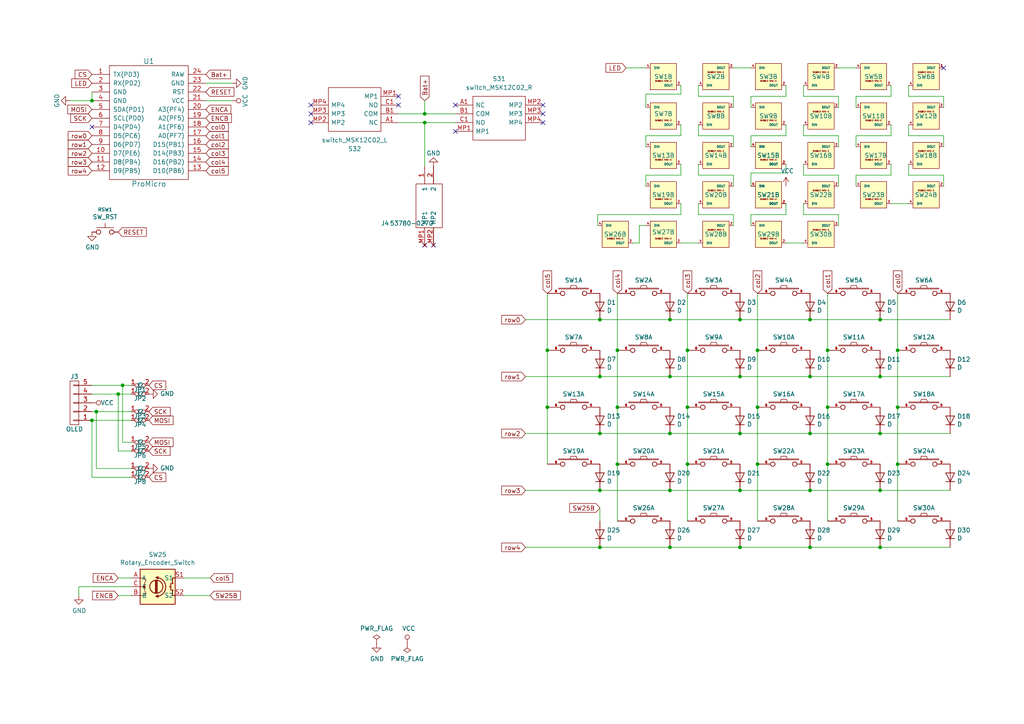
<source format=kicad_sch>
(kicad_sch (version 20211123) (generator eeschema)
  (paper "A4")
  (junction (at 260.35 101.6))
  (junction (at 214.63 142.24))
  (junction (at 255.27 109.22))
  (junction (at 260.35 134.62))
  (junction (at 173.99 125.73))
  (junction (at 214.63 109.22))
  (junction (at 173.99 142.24))
  (junction (at 240.03 118.11))
  (junction (at 199.39 134.62))
  (junction (at 219.71 134.62))
  (junction (at 173.99 158.75))
  (junction (at 234.95 158.75))
  (junction (at 234.95 142.24))
  (junction (at 173.99 109.22))
  (junction (at 179.07 101.6))
  (junction (at 214.63 92.71))
  (junction (at 214.63 125.73))
  (junction (at 240.03 134.62))
  (junction (at 199.39 101.6))
  (junction (at 173.99 92.71))
  (junction (at 194.31 92.71))
  (junction (at 234.95 109.22))
  (junction (at 194.31 109.22))
  (junction (at 34.29 114.3))
  (junction (at 255.27 92.71))
  (junction (at 158.75 101.6))
  (junction (at 219.71 101.6))
  (junction (at 123.19 33.02))
  (junction (at 194.31 125.73))
  (junction (at 219.71 118.11))
  (junction (at 26.67 121.92))
  (junction (at 179.07 134.62))
  (junction (at 26.67 29.21))
  (junction (at 27.94 119.38))
  (junction (at 194.31 142.24))
  (junction (at 214.63 158.75))
  (junction (at 260.35 118.11))
  (junction (at 255.27 158.75))
  (junction (at 35.56 111.76))
  (junction (at 179.07 118.11))
  (junction (at 199.39 118.11))
  (junction (at 123.19 35.56))
  (junction (at 255.27 125.73))
  (junction (at 234.95 125.73))
  (junction (at 240.03 101.6))
  (junction (at 194.31 158.75))
  (junction (at 234.95 92.71))
  (junction (at 158.75 118.11))
  (junction (at 255.27 142.24))
  (no_connect (at 132.08 38.1))
  (no_connect (at 157.48 35.56))
  (no_connect (at 157.48 30.48))
  (no_connect (at 157.48 33.02))
  (no_connect (at 26.67 36.83))
  (no_connect (at 115.57 27.94))
  (no_connect (at 90.17 35.56))
  (no_connect (at 90.17 30.48))
  (no_connect (at 90.17 33.02))
  (no_connect (at 123.19 71.12))
  (no_connect (at 125.73 71.12))
  (no_connect (at 132.08 30.48))
  (no_connect (at 115.57 30.48))
  (no_connect (at 273.685 19.685))
  (wire (pts (xy 217.805 39.37) (xy 217.805 42.545)))
  (wire (pts (xy 197.485 59.055) (xy 197.485 62.23)))
  (wire (pts (xy 26.67 111.76) (xy 35.56 111.76)))
  (wire (pts (xy 214.63 92.71) (xy 234.95 92.71)))
  (wire (pts (xy 258.445 24.765) (xy 258.445 27.94)))
  (wire (pts (xy 258.445 27.94) (xy 248.285 27.94)))
  (wire (pts (xy 202.565 62.23) (xy 202.565 59.055)))
  (wire (pts (xy 197.485 62.23) (xy 173.355 62.23)))
  (wire (pts (xy 179.07 101.6) (xy 179.07 118.11)))
  (wire (pts (xy 199.39 85.09) (xy 199.39 101.6)))
  (wire (pts (xy 26.67 114.3) (xy 34.29 114.3)))
  (wire (pts (xy 194.31 92.71) (xy 214.63 92.71)))
  (wire (pts (xy 187.325 39.37) (xy 187.325 42.545)))
  (wire (pts (xy 243.205 65.405) (xy 243.205 62.23)))
  (wire (pts (xy 194.31 158.75) (xy 214.63 158.75)))
  (wire (pts (xy 194.31 109.22) (xy 173.99 109.22)))
  (wire (pts (xy 212.725 65.405) (xy 212.725 62.23)))
  (wire (pts (xy 158.75 118.11) (xy 158.75 134.62)))
  (wire (pts (xy 227.965 47.625) (xy 227.965 50.165)))
  (wire (pts (xy 255.27 142.24) (xy 275.59 142.24)))
  (wire (pts (xy 26.67 29.21) (xy 20.32 29.21)))
  (wire (pts (xy 197.485 39.37) (xy 187.325 39.37)))
  (wire (pts (xy 38.1 135.89) (xy 27.94 135.89)))
  (wire (pts (xy 38.1 130.81) (xy 34.29 130.81)))
  (wire (pts (xy 34.29 130.81) (xy 34.29 114.3)))
  (wire (pts (xy 197.485 50.8) (xy 187.325 50.8)))
  (wire (pts (xy 219.71 101.6) (xy 219.71 118.11)))
  (wire (pts (xy 34.29 167.64) (xy 38.1 167.64)))
  (wire (pts (xy 233.045 27.94) (xy 233.045 24.765)))
  (wire (pts (xy 260.35 118.11) (xy 260.35 101.6)))
  (wire (pts (xy 202.565 50.8) (xy 202.565 47.625)))
  (wire (pts (xy 233.045 39.37) (xy 233.045 36.195)))
  (wire (pts (xy 38.1 121.92) (xy 26.67 121.92)))
  (wire (pts (xy 123.19 35.56) (xy 132.08 35.56)))
  (wire (pts (xy 173.99 147.32) (xy 173.99 151.13)))
  (wire (pts (xy 152.4 158.75) (xy 173.99 158.75)))
  (wire (pts (xy 38.1 170.18) (xy 22.86 170.18)))
  (wire (pts (xy 240.03 134.62) (xy 240.03 118.11)))
  (wire (pts (xy 227.965 70.485) (xy 233.045 70.485)))
  (wire (pts (xy 227.965 36.195) (xy 227.965 39.37)))
  (wire (pts (xy 173.99 125.73) (xy 152.4 125.73)))
  (wire (pts (xy 197.485 24.765) (xy 197.485 27.305)))
  (wire (pts (xy 197.485 47.625) (xy 197.485 50.8)))
  (wire (pts (xy 197.485 70.485) (xy 202.565 70.485)))
  (wire (pts (xy 194.31 92.71) (xy 173.99 92.71)))
  (wire (pts (xy 187.325 50.8) (xy 187.325 53.975)))
  (wire (pts (xy 243.205 53.975) (xy 243.205 50.8)))
  (wire (pts (xy 158.75 85.09) (xy 158.75 101.6)))
  (wire (pts (xy 214.63 109.22) (xy 234.95 109.22)))
  (wire (pts (xy 212.725 53.975) (xy 212.725 50.8)))
  (wire (pts (xy 197.485 27.305) (xy 187.325 27.305)))
  (wire (pts (xy 212.725 62.23) (xy 202.565 62.23)))
  (wire (pts (xy 53.34 167.64) (xy 60.96 167.64)))
  (wire (pts (xy 233.045 50.8) (xy 233.045 47.625)))
  (wire (pts (xy 273.685 50.8) (xy 263.525 50.8)))
  (wire (pts (xy 179.07 118.11) (xy 179.07 134.62)))
  (wire (pts (xy 22.86 170.18) (xy 22.86 172.72)))
  (wire (pts (xy 34.29 114.3) (xy 38.1 114.3)))
  (wire (pts (xy 273.685 42.545) (xy 273.685 39.37)))
  (wire (pts (xy 243.205 42.545) (xy 243.205 39.37)))
  (wire (pts (xy 199.39 118.11) (xy 199.39 134.62)))
  (wire (pts (xy 194.31 125.73) (xy 173.99 125.73)))
  (wire (pts (xy 173.99 142.24) (xy 152.4 142.24)))
  (wire (pts (xy 248.285 39.37) (xy 248.285 42.545)))
  (wire (pts (xy 263.525 27.94) (xy 263.525 24.765)))
  (wire (pts (xy 243.205 27.94) (xy 233.045 27.94)))
  (wire (pts (xy 227.965 62.23) (xy 217.805 62.23)))
  (wire (pts (xy 263.525 39.37) (xy 263.525 36.195)))
  (wire (pts (xy 234.95 158.75) (xy 255.27 158.75)))
  (wire (pts (xy 194.31 142.24) (xy 214.63 142.24)))
  (wire (pts (xy 248.285 27.94) (xy 248.285 31.115)))
  (wire (pts (xy 194.31 109.22) (xy 214.63 109.22)))
  (wire (pts (xy 212.725 50.8) (xy 202.565 50.8)))
  (wire (pts (xy 194.31 125.73) (xy 214.63 125.73)))
  (wire (pts (xy 173.99 92.71) (xy 152.4 92.71)))
  (wire (pts (xy 255.27 109.22) (xy 275.59 109.22)))
  (wire (pts (xy 227.965 50.165) (xy 217.805 50.165)))
  (wire (pts (xy 255.27 158.75) (xy 275.59 158.75)))
  (wire (pts (xy 202.565 39.37) (xy 202.565 36.195)))
  (wire (pts (xy 181.61 19.685) (xy 187.325 19.685)))
  (wire (pts (xy 212.725 27.94) (xy 202.565 27.94)))
  (wire (pts (xy 273.685 53.975) (xy 273.685 50.8)))
  (wire (pts (xy 255.27 92.71) (xy 275.59 92.71)))
  (wire (pts (xy 227.965 39.37) (xy 217.805 39.37)))
  (wire (pts (xy 240.03 101.6) (xy 240.03 118.11)))
  (wire (pts (xy 158.75 101.6) (xy 158.75 118.11)))
  (wire (pts (xy 173.99 109.22) (xy 152.4 109.22)))
  (wire (pts (xy 219.71 118.11) (xy 219.71 134.62)))
  (wire (pts (xy 53.34 172.72) (xy 60.96 172.72)))
  (wire (pts (xy 217.805 62.23) (xy 217.805 65.405)))
  (wire (pts (xy 255.27 92.71) (xy 234.95 92.71)))
  (wire (pts (xy 258.445 39.37) (xy 248.285 39.37)))
  (wire (pts (xy 115.57 35.56) (xy 123.19 35.56)))
  (wire (pts (xy 26.67 119.38) (xy 27.94 119.38)))
  (wire (pts (xy 233.045 62.23) (xy 233.045 59.055)))
  (wire (pts (xy 214.63 125.73) (xy 234.95 125.73)))
  (wire (pts (xy 258.445 59.055) (xy 263.525 59.055)))
  (wire (pts (xy 123.19 33.02) (xy 132.08 33.02)))
  (wire (pts (xy 260.35 101.6) (xy 260.35 85.09)))
  (wire (pts (xy 123.19 33.02) (xy 123.19 29.21)))
  (wire (pts (xy 219.71 85.09) (xy 219.71 101.6)))
  (wire (pts (xy 219.71 134.62) (xy 219.71 151.13)))
  (wire (pts (xy 197.485 36.195) (xy 197.485 39.37)))
  (wire (pts (xy 214.63 142.24) (xy 234.95 142.24)))
  (wire (pts (xy 227.965 24.765) (xy 227.965 27.94)))
  (wire (pts (xy 173.99 158.75) (xy 194.31 158.75)))
  (wire (pts (xy 123.19 35.56) (xy 123.19 48.26)))
  (wire (pts (xy 214.63 158.75) (xy 234.95 158.75)))
  (wire (pts (xy 273.685 27.94) (xy 263.525 27.94)))
  (wire (pts (xy 35.56 111.76) (xy 38.1 111.76)))
  (wire (pts (xy 243.205 50.8) (xy 233.045 50.8)))
  (wire (pts (xy 179.07 134.62) (xy 179.07 151.13)))
  (wire (pts (xy 243.205 31.115) (xy 243.205 27.94)))
  (wire (pts (xy 260.35 134.62) (xy 260.35 151.13)))
  (wire (pts (xy 234.95 142.24) (xy 255.27 142.24)))
  (wire (pts (xy 194.31 142.24) (xy 173.99 142.24)))
  (wire (pts (xy 185.42 65.405) (xy 187.325 65.405)))
  (wire (pts (xy 260.35 118.11) (xy 260.35 134.62)))
  (wire (pts (xy 227.965 59.055) (xy 227.965 62.23)))
  (wire (pts (xy 258.445 50.8) (xy 248.285 50.8)))
  (wire (pts (xy 38.1 138.43) (xy 26.67 138.43)))
  (wire (pts (xy 34.29 172.72) (xy 38.1 172.72)))
  (wire (pts (xy 255.27 125.73) (xy 275.59 125.73)))
  (wire (pts (xy 199.39 101.6) (xy 199.39 118.11)))
  (wire (pts (xy 202.565 27.94) (xy 202.565 24.765)))
  (wire (pts (xy 212.725 19.685) (xy 217.805 19.685)))
  (wire (pts (xy 243.205 39.37) (xy 233.045 39.37)))
  (wire (pts (xy 115.57 33.02) (xy 123.19 33.02)))
  (wire (pts (xy 258.445 36.195) (xy 258.445 39.37)))
  (wire (pts (xy 35.56 128.27) (xy 35.56 111.76)))
  (wire (pts (xy 59.69 24.13) (xy 67.31 24.13)))
  (wire (pts (xy 243.205 62.23) (xy 233.045 62.23)))
  (wire (pts (xy 240.03 134.62) (xy 240.03 151.13)))
  (wire (pts (xy 199.39 134.62) (xy 199.39 151.13)))
  (wire (pts (xy 212.725 39.37) (xy 202.565 39.37)))
  (wire (pts (xy 240.03 85.09) (xy 240.03 101.6)))
  (wire (pts (xy 26.67 26.67) (xy 26.67 29.21)))
  (wire (pts (xy 173.355 62.23) (xy 173.355 65.405)))
  (wire (pts (xy 187.325 27.305) (xy 187.325 31.115)))
  (wire (pts (xy 27.94 135.89) (xy 27.94 119.38)))
  (wire (pts (xy 217.805 50.165) (xy 217.805 53.975)))
  (wire (pts (xy 227.965 27.94) (xy 217.805 27.94)))
  (wire (pts (xy 248.285 50.8) (xy 248.285 53.975)))
  (wire (pts (xy 234.95 125.73) (xy 255.27 125.73)))
  (wire (pts (xy 183.515 70.485) (xy 185.42 70.485)))
  (wire (pts (xy 217.805 27.94) (xy 217.805 31.115)))
  (wire (pts (xy 258.445 47.625) (xy 258.445 50.8)))
  (wire (pts (xy 59.69 29.21) (xy 67.31 29.21)))
  (wire (pts (xy 38.1 128.27) (xy 35.56 128.27)))
  (wire (pts (xy 243.205 19.685) (xy 248.285 19.685)))
  (wire (pts (xy 234.95 109.22) (xy 255.27 109.22)))
  (wire (pts (xy 273.685 31.115) (xy 273.685 27.94)))
  (wire (pts (xy 179.07 85.09) (xy 179.07 101.6)))
  (wire (pts (xy 185.42 70.485) (xy 185.42 65.405)))
  (wire (pts (xy 273.685 39.37) (xy 263.525 39.37)))
  (wire (pts (xy 212.725 31.115) (xy 212.725 27.94)))
  (wire (pts (xy 212.725 42.545) (xy 212.725 39.37)))
  (wire (pts (xy 27.94 119.38) (xy 38.1 119.38)))
  (wire (pts (xy 26.67 121.92) (xy 26.67 138.43)))
  (wire (pts (xy 263.525 50.8) (xy 263.525 47.625)))
  (global_label "col4" (shape input) (at 179.07 85.09 90) (property "Intersheet References" "${INTERSHEET_REFS}" (effects hide)))
  (global_label "col2" (shape input) (at 59.69 41.91 0) (property "Intersheet References" "${INTERSHEET_REFS}" (effects hide)))
  (global_label "col5" (shape input) (at 60.96 167.64 0) (property "Intersheet References" "${INTERSHEET_REFS}" (effects hide)))
  (global_label "row0" (shape input) (at 26.67 39.37 180) (property "Intersheet References" "${INTERSHEET_REFS}" (effects hide)))
  (global_label "RESET" (shape input) (at 59.69 26.67 0) (property "Intersheet References" "${INTERSHEET_REFS}" (effects hide)))
  (global_label "SCK" (shape input) (at 43.18 119.38 0) (property "Intersheet References" "${INTERSHEET_REFS}" (effects hide)))
  (global_label "row4" (shape input) (at 152.4 158.75 180) (property "Intersheet References" "${INTERSHEET_REFS}" (effects hide)))
  (global_label "CS" (shape input) (at 26.67 21.59 180) (property "Intersheet References" "${INTERSHEET_REFS}" (effects hide)))
  (global_label "row2" (shape input) (at 26.67 44.45 180) (property "Intersheet References" "${INTERSHEET_REFS}" (effects hide)))
  (global_label "CS" (shape input) (at 43.18 138.43 0) (property "Intersheet References" "${INTERSHEET_REFS}" (effects hide)))
  (global_label "row3" (shape input) (at 152.4 142.24 180) (property "Intersheet References" "${INTERSHEET_REFS}" (effects hide)))
  (global_label "row1" (shape input) (at 152.4 109.22 180) (property "Intersheet References" "${INTERSHEET_REFS}" (effects hide)))
  (global_label "row3" (shape input) (at 26.67 46.99 180) (property "Intersheet References" "${INTERSHEET_REFS}" (effects hide)))
  (global_label "SW25B" (shape input) (at 60.96 172.72 0) (property "Intersheet References" "${INTERSHEET_REFS}" (effects hide)))
  (global_label "col5" (shape input) (at 158.75 85.09 90) (property "Intersheet References" "${INTERSHEET_REFS}" (effects hide)))
  (global_label "ENCA" (shape input) (at 34.29 167.64 180) (property "Intersheet References" "${INTERSHEET_REFS}" (effects hide)))
  (global_label "Bat+" (shape input) (at 123.19 29.21 90) (property "Intersheet References" "${INTERSHEET_REFS}" (effects hide)))
  (global_label "col4" (shape input) (at 59.69 46.99 0) (property "Intersheet References" "${INTERSHEET_REFS}" (effects hide)))
  (global_label "col1" (shape input) (at 240.03 85.09 90) (property "Intersheet References" "${INTERSHEET_REFS}" (effects hide)))
  (global_label "col3" (shape input) (at 59.69 44.45 0) (property "Intersheet References" "${INTERSHEET_REFS}" (effects hide)))
  (global_label "LED" (shape input) (at 26.67 24.13 180) (property "Intersheet References" "${INTERSHEET_REFS}" (effects hide)))
  (global_label "ENCB" (shape input) (at 34.29 172.72 180) (property "Intersheet References" "${INTERSHEET_REFS}" (effects hide)))
  (global_label "MOSI" (shape input) (at 43.18 121.92 0) (property "Intersheet References" "${INTERSHEET_REFS}" (effects hide)))
  (global_label "col0" (shape input) (at 260.35 85.09 90) (property "Intersheet References" "${INTERSHEET_REFS}" (effects hide)))
  (global_label "row2" (shape input) (at 152.4 125.73 180) (property "Intersheet References" "${INTERSHEET_REFS}" (effects hide)))
  (global_label "SCK" (shape input) (at 26.67 34.29 180) (property "Intersheet References" "${INTERSHEET_REFS}" (effects hide)))
  (global_label "SCK" (shape input) (at 43.18 130.81 0) (property "Intersheet References" "${INTERSHEET_REFS}" (effects hide)))
  (global_label "col3" (shape input) (at 199.39 85.09 90) (property "Intersheet References" "${INTERSHEET_REFS}" (effects hide)))
  (global_label "col2" (shape input) (at 219.71 85.09 90) (property "Intersheet References" "${INTERSHEET_REFS}" (effects hide)))
  (global_label "col5" (shape input) (at 59.69 49.53 0) (property "Intersheet References" "${INTERSHEET_REFS}" (effects hide)))
  (global_label "ENCA" (shape input) (at 59.69 31.75 0) (property "Intersheet References" "${INTERSHEET_REFS}" (effects hide)))
  (global_label "MOSI" (shape input) (at 43.18 128.27 0) (property "Intersheet References" "${INTERSHEET_REFS}" (effects hide)))
  (global_label "col1" (shape input) (at 59.69 39.37 0) (property "Intersheet References" "${INTERSHEET_REFS}" (effects hide)))
  (global_label "RESET" (shape input) (at 34.29 67.31 0) (property "Intersheet References" "${INTERSHEET_REFS}" (effects hide)))
  (global_label "SW25B" (shape input) (at 173.99 147.32 180) (property "Intersheet References" "${INTERSHEET_REFS}" (effects hide)))
  (global_label "LED" (shape input) (at 181.61 19.685 180) (property "Intersheet References" "${INTERSHEET_REFS}" (effects hide)))
  (global_label "col0" (shape input) (at 59.69 36.83 0) (property "Intersheet References" "${INTERSHEET_REFS}" (effects hide)))
  (global_label "row1" (shape input) (at 26.67 41.91 180) (property "Intersheet References" "${INTERSHEET_REFS}" (effects hide)))
  (global_label "row0" (shape input) (at 152.4 92.71 180) (property "Intersheet References" "${INTERSHEET_REFS}" (effects hide)))
  (global_label "ENCB" (shape input) (at 59.69 34.29 0) (property "Intersheet References" "${INTERSHEET_REFS}" (effects hide)))
  (global_label "CS" (shape input) (at 43.18 111.76 0) (property "Intersheet References" "${INTERSHEET_REFS}" (effects hide)))
  (global_label "Bat+" (shape input) (at 59.69 21.59 0) (property "Intersheet References" "${INTERSHEET_REFS}" (effects hide)))
  (global_label "MOSI" (shape input) (at 26.67 31.75 180) (property "Intersheet References" "${INTERSHEET_REFS}" (effects hide)))
  (global_label "row4" (shape input) (at 26.67 49.53 180) (property "Intersheet References" "${INTERSHEET_REFS}" (effects hide)))
  (symbol (lib_id "Jocket_Split_LP-rescue:D-Lily58-cache-Lily58_Pro-rescue") (at 255.27 105.41 90) (unit 1)
    (property "Reference" "D11" (at 257.2766 104.2416 90) (effects (justify right)))
    (property "Value" "D" (at 257.2766 106.553 90) (effects (justify right)))
    (property "Footprint" "ComboDiode" (effects hide))
  )
  (symbol (lib_id "Jocket_Split_LP-rescue:SW_PUSH_LED") (at 207.01 85.09 0) (unit 1)
    (property "Reference" "SW3" (at 207.01 81.28 0))
    (property "Value" "SW_PUSH_LED" (effects hide))
    (property "Footprint" "Jocket_Split_LP-footprint:ChocSpacing_Hotswap_SK6812MiniE" (effects hide))
  )
  (symbol (lib_id "power:VCC") (at 227.965 53.975 0) (unit 1)
    (property "Reference" "#PWR0104" (effects hide))
    (property "Value" "VCC" (at 228.346 49.5808 0))
  )
  (symbol (lib_id "Jocket_Split_LP-rescue:D-Lily58-cache-Lily58_Pro-rescue") (at 255.27 138.43 90) (unit 1)
    (property "Reference" "D23" (at 257.2766 137.2616 90) (effects (justify right)))
    (property "Value" "D" (at 257.2766 139.573 90) (effects (justify right)))
    (property "Footprint" "ComboDiode" (effects hide))
  )
  (symbol (lib_id "Jocket_Split_LP-rescue:SW_PUSH_LED") (at 247.65 85.09 0) (unit 1)
    (property "Reference" "SW5" (at 247.65 81.28 0))
    (property "Value" "SW_PUSH_LED" (effects hide))
    (property "Footprint" "Jocket_Split_LP-footprint:ChocSpacing_Hotswap_SK6812MiniE" (effects hide))
  )
  (symbol (lib_id "Jocket_Split_LP-rescue:SW_PUSH_LED") (at 192.405 33.655 0) (mirror y) (unit 2)
    (property "Reference" "SW7" (at 192.405 33.02 0))
    (property "Value" "SW_PUSH_LED" (effects hide))
    (property "Footprint" "Jocket_Split_LP-footprint:ChocSpacing_Hotswap_SK6812MiniE" (effects hide))
  )
  (symbol (lib_id "Jocket_Split_LP-rescue:SW_PUSH_LED") (at 238.125 45.085 180) (unit 2)
    (property "Reference" "SW16" (at 238.125 45.085 0))
    (property "Value" "SW_PUSH_LED" (effects hide))
    (property "Footprint" "Jocket_Split_LP-footprint:ChocSpacing_Hotswap_SK6812MiniE" (effects hide))
  )
  (symbol (lib_id "Jocket_Split_LP-rescue:SW_PUSH_LED") (at 253.365 45.085 0) (mirror y) (unit 2)
    (property "Reference" "SW17" (at 254 45.085 0))
    (property "Value" "SW_PUSH_LED" (effects hide))
    (property "Footprint" "Jocket_Split_LP-footprint:ChocSpacing_Hotswap_SK6812MiniE" (effects hide))
  )
  (symbol (lib_id "Jocket_Split_LP-rescue:GND-power") (at 43.18 114.3 90) (unit 1)
    (property "Reference" "#PWR03" (effects hide))
    (property "Value" "GND" (at 46.4312 114.173 90) (effects (justify right)))
  )
  (symbol (lib_id "Jocket_Split_LP-rescue:53780-0270") (at 123.19 71.12 90) (unit 1)
    (property "Reference" "J4" (at 110.4899 64.77 90) (effects (justify right)))
    (property "Value" "53780-0270" (at 113.0299 64.77 90) (effects (justify right)))
    (property "Footprint" "Jocket_Split_LP-footprint:537800270_DS" (effects hide))
    (property "Datasheet" "http://www.molex.com/webdocs/datasheets/pdf/en-us//0537800270_PCB_HEADERS.pdf" (effects hide))
    (property "Description" "Molex PANELMATE Series, Series Number 53780, 1.25mm Pitch 2 Way 1 Row Right Angle PCB Header, Solder Termination, 1A" (effects hide))
    (property "Height" "1.9" (effects hide))
    (property "Manufacturer_Name" "Molex" (effects hide))
    (property "Manufacturer_Part_Number" "53780-0270" (effects hide))
    (property "Mouser Part Number" "538-53780-0270" (effects hide))
    (property "Mouser Price/Stock" "https://www.mouser.co.uk/ProductDetail/Molex/53780-0270?qs=IvJWhXmDNxETb6Tkq%252BXyZg%3D%3D" (effects hide))
  )
  (symbol (lib_id "Jocket_Split_LP-rescue:SW_PUSH_LED") (at 227.33 134.62 0) (unit 1)
    (property "Reference" "SW22" (at 227.33 130.81 0))
    (property "Value" "SW_PUSH_LED" (effects hide))
    (property "Footprint" "Jocket_Split_LP-footprint:ChocSpacing_Hotswap_SK6812MiniE" (effects hide))
  )
  (symbol (lib_id "Jocket_Split_LP-rescue:SW_PUSH_LED") (at 227.33 85.09 0) (unit 1)
    (property "Reference" "SW4" (at 227.33 81.28 0))
    (property "Value" "SW_PUSH_LED" (effects hide))
    (property "Footprint" "Jocket_Split_LP-footprint:ChocSpacing_Hotswap_SK6812MiniE" (effects hide))
  )
  (symbol (lib_name "Jumper_NO_Small-Device_4") (lib_id "Jocket_Split_LP-rescue:Jumper_NO_Small-Device") (at 40.64 138.43 0) (unit 1)
    (property "Reference" "JP8" (at 40.64 139.7 0))
    (property "Value" "Jumper_NO_Small" (effects hide))
    (property "Footprint" "Jocket_Split_LP-footprint:Jumper" (effects hide))
  )
  (symbol (lib_id "Jocket_Split_LP-rescue:SW_PUSH_LED") (at 166.37 134.62 0) (unit 1)
    (property "Reference" "SW19" (at 166.37 130.81 0))
    (property "Value" "SW_PUSH_LED" (effects hide))
    (property "Footprint" "Jocket_Split_LP-footprint:ChocSpacing_Hotswap_SK6812MiniE" (effects hide))
  )
  (symbol (lib_id "Jocket_Split_LP-rescue:SW_PUSH_LED") (at 227.33 151.13 0) (unit 1)
    (property "Reference" "SW28" (at 227.33 147.32 0))
    (property "Value" "SW_PUSH_LED" (effects hide))
    (property "Footprint" "Jocket_Split_LP-footprint:ChocSpacing_Hotswap_SK6812MiniE" (effects hide))
  )
  (symbol (lib_id "Jocket_Split_LP-rescue:D-Lily58-cache-Lily58_Pro-rescue") (at 234.95 88.9 90) (unit 1)
    (property "Reference" "D4" (at 236.9566 87.7316 90) (effects (justify right)))
    (property "Value" "D" (at 236.9566 90.043 90) (effects (justify right)))
    (property "Footprint" "ComboDiode" (effects hide))
  )
  (symbol (lib_id "Jocket_Split_LP-rescue:SW_PUSH_LED") (at 207.01 151.13 0) (unit 1)
    (property "Reference" "SW27" (at 207.01 147.32 0))
    (property "Value" "SW_PUSH_LED" (effects hide))
    (property "Footprint" "Jocket_Split_LP-footprint:ChocSpacing_Hotswap_SK6812MiniE" (effects hide))
  )
  (symbol (lib_id "Jocket_Split_LP-rescue:GND-Lily58-cache-Lily58_Pro-rescue") (at 26.67 67.31 0) (unit 1)
    (property "Reference" "#PWR0109" (effects hide))
    (property "Value" "GND" (at 26.797 71.7042 0))
  )
  (symbol (lib_id "Jocket_Split_LP-rescue:SW_PUSH_LED") (at 166.37 118.11 0) (unit 1)
    (property "Reference" "SW13" (at 166.37 114.3 0))
    (property "Value" "SW_PUSH_LED" (effects hide))
    (property "Footprint" "Jocket_Split_LP-footprint:ChocSpacing_Hotswap_SK6812MiniE" (effects hide))
  )
  (symbol (lib_id "Jocket_Split_LP-rescue:SW_PUSH_LED") (at 267.97 134.62 0) (unit 1)
    (property "Reference" "SW24" (at 267.97 130.81 0))
    (property "Value" "SW_PUSH_LED" (effects hide))
    (property "Footprint" "Jocket_Split_LP-footprint:ChocSpacing_Hotswap_SK6812MiniE" (effects hide))
  )
  (symbol (lib_id "Jocket_Split_LP-rescue:SW_PUSH_LED") (at 267.97 118.11 0) (unit 1)
    (property "Reference" "SW18" (at 267.97 114.3 0))
    (property "Value" "SW_PUSH_LED" (effects hide))
    (property "Footprint" "Jocket_Split_LP-footprint:ChocSpacing_Hotswap_SK6812MiniE" (effects hide))
  )
  (symbol (lib_id "Jocket_Split_LP-rescue:D-Lily58-cache-Lily58_Pro-rescue") (at 234.95 138.43 90) (unit 1)
    (property "Reference" "D22" (at 236.9566 137.2616 90) (effects (justify right)))
    (property "Value" "D" (at 236.9566 139.573 90) (effects (justify right)))
    (property "Footprint" "ComboDiode" (effects hide))
  )
  (symbol (lib_id "Jocket_Split_LP-rescue:SW_PUSH_LED") (at 227.33 101.6 0) (unit 1)
    (property "Reference" "SW10" (at 227.33 97.79 0))
    (property "Value" "SW_PUSH_LED" (effects hide))
    (property "Footprint" "Jocket_Split_LP-footprint:ChocSpacing_Hotswap_SK6812MiniE" (effects hide))
  )
  (symbol (lib_id "Jocket_Split_LP-rescue:SW_PUSH_LED") (at 247.65 118.11 0) (unit 1)
    (property "Reference" "SW17" (at 247.65 114.3 0))
    (property "Value" "SW_PUSH_LED" (effects hide))
    (property "Footprint" "Jocket_Split_LP-footprint:ChocSpacing_Hotswap_SK6812MiniE" (effects hide))
  )
  (symbol (lib_id "Jocket_Split_LP-rescue:SW_PUSH_LED") (at 207.645 45.085 180) (unit 2)
    (property "Reference" "SW14" (at 207.645 45.085 0))
    (property "Value" "SW_PUSH_LED" (effects hide))
    (property "Footprint" "Jocket_Split_LP-footprint:ChocSpacing_Hotswap_SK6812MiniE" (effects hide))
  )
  (symbol (lib_id "Jocket_Split_LP-rescue:SW_PUSH_LED") (at 222.885 45.085 0) (mirror y) (unit 2)
    (property "Reference" "SW15" (at 222.885 45.085 0))
    (property "Value" "SW_PUSH_LED" (effects hide))
    (property "Footprint" "Jocket_Split_LP-footprint:ChocSpacing_Hotswap_SK6812MiniE" (effects hide))
  )
  (symbol (lib_id "Jocket_Split_LP-rescue:D-Lily58-cache-Lily58_Pro-rescue") (at 194.31 138.43 90) (unit 1)
    (property "Reference" "D20" (at 196.3166 137.2616 90) (effects (justify right)))
    (property "Value" "D" (at 196.3166 139.573 90) (effects (justify right)))
    (property "Footprint" "ComboDiode" (effects hide))
  )
  (symbol (lib_id "Jocket_Split_LP-rescue:SW_PUSH_LED") (at 227.33 118.11 0) (unit 1)
    (property "Reference" "SW16" (at 227.33 114.3 0))
    (property "Value" "SW_PUSH_LED" (effects hide))
    (property "Footprint" "Jocket_Split_LP-footprint:ChocSpacing_Hotswap_SK6812MiniE" (effects hide))
  )
  (symbol (lib_id "Jocket_Split_LP-rescue:SW_PUSH_LED") (at 267.97 101.6 0) (unit 1)
    (property "Reference" "SW12" (at 267.97 97.79 0))
    (property "Value" "SW_PUSH_LED" (effects hide))
    (property "Footprint" "Jocket_Split_LP-footprint:ChocSpacing_Hotswap_SK6812MiniE" (effects hide))
  )
  (symbol (lib_id "Jocket_Split_LP-rescue:SW_PUSH_LED") (at 207.645 56.515 180) (unit 2)
    (property "Reference" "SW20" (at 207.645 56.515 0))
    (property "Value" "SW_PUSH_LED" (effects hide))
    (property "Footprint" "Jocket_Split_LP-footprint:ChocSpacing_Hotswap_SK6812MiniE" (effects hide))
  )
  (symbol (lib_id "Jocket_Split_LP-rescue:SW_PUSH_LED") (at 238.125 67.945 180) (unit 2)
    (property "Reference" "SW30" (at 238.125 67.945 0))
    (property "Value" "SW_PUSH_LED" (effects hide))
    (property "Footprint" "Jocket_Split_LP-footprint:ChocSpacing_Hotswap_SK6812MiniE" (effects hide))
  )
  (symbol (lib_id "Jocket_Split_LP-rescue:SW_PUSH_LED") (at 166.37 85.09 0) (unit 1)
    (property "Reference" "SW1" (at 166.37 81.28 0))
    (property "Value" "SW_PUSH_LED" (effects hide))
    (property "Footprint" "Jocket_Split_LP-footprint:ChocSpacing_Hotswap_SK6812MiniE" (effects hide))
  )
  (symbol (lib_id "Jocket_Split_LP-rescue:D-Lily58-cache-Lily58_Pro-rescue") (at 275.59 138.43 90) (unit 1)
    (property "Reference" "D24" (at 277.5966 137.2616 90) (effects (justify right)))
    (property "Value" "D" (at 277.5966 139.573 90) (effects (justify right)))
    (property "Footprint" "ComboDiode" (effects hide))
  )
  (symbol (lib_id "Jocket_Split_LP-rescue:D-Lily58-cache-Lily58_Pro-rescue") (at 173.99 121.92 90) (unit 1)
    (property "Reference" "D13" (at 175.9966 120.7516 90) (effects (justify right)))
    (property "Value" "D" (at 175.9966 123.063 90) (effects (justify right)))
    (property "Footprint" "ComboDiode" (effects hide))
  )
  (symbol (lib_id "Jocket_Split_LP-rescue:ProMicro_2-Lily58-cache-Lily58_Pro-rescue") (at 43.18 35.56 0) (unit 1)
    (property "Reference" "U1" (at 43.18 17.78 0) (effects (font (size 1.524 1.524))))
    (property "Value" "ProMicro" (at 43.18 53.34 0) (effects (font (size 1.524 1.524))))
    (property "Footprint" "Jocket_Split_LP-footprint:ProMicro" (effects hide))
  )
  (symbol (lib_id "Jocket_Split_LP-rescue:SW_PUSH_LED") (at 207.01 118.11 0) (unit 1)
    (property "Reference" "SW15" (at 207.01 114.3 0))
    (property "Value" "SW_PUSH_LED" (effects hide))
    (property "Footprint" "Jocket_Split_LP-footprint:ChocSpacing_Hotswap_SK6812MiniE" (effects hide))
  )
  (symbol (lib_id "Jocket_Split_LP-rescue:SW_PUSH_LED") (at 192.405 56.515 0) (mirror y) (unit 2)
    (property "Reference" "SW19" (at 192.405 56.515 0))
    (property "Value" "SW_PUSH_LED" (effects hide))
    (property "Footprint" "Jocket_Split_LP-footprint:ChocSpacing_Hotswap_SK6812MiniE" (effects hide))
  )
  (symbol (lib_id "Jocket_Split_LP-rescue:SW_PUSH_LED") (at 247.65 101.6 0) (unit 1)
    (property "Reference" "SW11" (at 247.65 97.79 0))
    (property "Value" "SW_PUSH_LED" (effects hide))
    (property "Footprint" "Jocket_Split_LP-footprint:ChocSpacing_Hotswap_SK6812MiniE" (effects hide))
  )
  (symbol (lib_id "Jocket_Split_LP-rescue:SW_PUSH_LED") (at 207.01 101.6 0) (unit 1)
    (property "Reference" "SW9" (at 207.01 97.79 0))
    (property "Value" "SW_PUSH_LED" (effects hide))
    (property "Footprint" "Jocket_Split_LP-footprint:ChocSpacing_Hotswap_SK6812MiniE" (effects hide))
  )
  (symbol (lib_id "Jocket_Split_LP-rescue:D-Lily58-cache-Lily58_Pro-rescue") (at 173.99 154.94 90) (unit 1)
    (property "Reference" "D25" (at 175.9966 153.7716 90) (effects (justify right)))
    (property "Value" "D" (at 175.9966 156.083 90) (effects (justify right)))
    (property "Footprint" "ComboDiode" (effects hide))
  )
  (symbol (lib_id "Jocket_Split_LP-rescue:SW_PUSH_LED") (at 222.885 56.515 0) (mirror y) (unit 2)
    (property "Reference" "SW21" (at 222.885 56.515 0))
    (property "Value" "SW_PUSH_LED" (effects hide))
    (property "Footprint" "Jocket_Split_LP-footprint:ChocSpacing_Hotswap_SK6812MiniE" (effects hide))
  )
  (symbol (lib_id "Jocket_Split_LP-rescue:D-Lily58-cache-Lily58_Pro-rescue") (at 234.95 105.41 90) (unit 1)
    (property "Reference" "D10" (at 236.9566 104.2416 90) (effects (justify right)))
    (property "Value" "D" (at 236.9566 106.553 90) (effects (justify right)))
    (property "Footprint" "ComboDiode" (effects hide))
  )
  (symbol (lib_id "Jocket_Split_LP-rescue:VCC-Lily58-cache-Lily58_Pro-rescue") (at 67.31 29.21 270) (unit 1)
    (property "Reference" "#PWR04" (effects hide))
    (property "Value" "VCC" (at 71.12 29.21 0))
  )
  (symbol (lib_id "Jocket_Split_LP-rescue:D-Lily58-cache-Lily58_Pro-rescue") (at 173.99 88.9 90) (unit 1)
    (property "Reference" "D1" (at 175.9966 87.7316 90) (effects (justify right)))
    (property "Value" "D" (at 175.9966 90.043 90) (effects (justify right)))
    (property "Footprint" "ComboDiode" (effects hide))
  )
  (symbol (lib_name "Jumper_NO_Small-Device_7") (lib_id "Jocket_Split_LP-rescue:Jumper_NO_Small-Device") (at 40.64 128.27 0) (unit 1)
    (property "Reference" "JP5" (at 40.64 129.54 0))
    (property "Value" "Jumper_NO_Small" (effects hide))
    (property "Footprint" "Jocket_Split_LP-footprint:Jumper" (effects hide))
  )
  (symbol (lib_id "Jocket_Split_LP-rescue:VCC-power") (at 26.67 116.84 270) (unit 1)
    (property "Reference" "#PWR09" (effects hide))
    (property "Value" "VCC" (at 33.02 116.84 90) (effects (justify right)))
  )
  (symbol (lib_id "Jocket_Split_LP-rescue:SW_PUSH_LED") (at 192.405 67.945 0) (mirror y) (unit 2)
    (property "Reference" "SW27" (at 192.405 67.31 0))
    (property "Value" "SW_PUSH_LED" (effects hide))
    (property "Footprint" "Jocket_Split_LP-footprint:ChocSpacing_Hotswap_SK6812MiniE" (effects hide))
  )
  (symbol (lib_id "Jocket_Split_LP-rescue:SW_PUSH_LED") (at 186.69 151.13 0) (unit 1)
    (property "Reference" "SW26" (at 186.69 147.32 0))
    (property "Value" "SW_PUSH_LED" (effects hide))
    (property "Footprint" "Jocket_Split_LP-footprint:ChocSpacing_Hotswap_SK6812MiniE" (effects hide))
  )
  (symbol (lib_id "Jocket_Split_LP-rescue:SW_PUSH_LED") (at 207.645 22.225 180) (unit 2)
    (property "Reference" "SW2" (at 207.645 22.225 0))
    (property "Value" "SW_PUSH_LED" (effects hide))
    (property "Footprint" "Jocket_Split_LP-footprint:ChocSpacing_Hotswap_SK6812MiniE" (effects hide))
  )
  (symbol (lib_id "Jocket_Split_LP-rescue:VCC-Lily58-cache-Lily58_Pro-rescue") (at 118.11 186.69 0) (unit 1)
    (property "Reference" "#PWR013" (effects hide))
    (property "Value" "VCC" (at 118.5418 182.2958 0))
  )
  (symbol (lib_id "Jocket_Split_LP-rescue:GND-Lily58-cache-Lily58_Pro-rescue") (at 67.31 24.13 90) (unit 1)
    (property "Reference" "#PWR0101" (effects hide))
    (property "Value" "GND" (at 71.12 24.13 0))
  )
  (symbol (lib_id "Jocket_Split_LP-rescue:D-Lily58-cache-Lily58_Pro-rescue") (at 255.27 121.92 90) (unit 1)
    (property "Reference" "D17" (at 257.2766 120.7516 90) (effects (justify right)))
    (property "Value" "D" (at 257.2766 123.063 90) (effects (justify right)))
    (property "Footprint" "ComboDiode" (effects hide))
  )
  (symbol (lib_id "Jocket_Split_LP-rescue:SW_PUSH_LED") (at 247.65 134.62 0) (unit 1)
    (property "Reference" "SW23" (at 247.65 130.81 0))
    (property "Value" "SW_PUSH_LED" (effects hide))
    (property "Footprint" "Jocket_Split_LP-footprint:ChocSpacing_Hotswap_SK6812MiniE" (effects hide))
  )
  (symbol (lib_id "Jocket_Split_LP-rescue:D-Lily58-cache-Lily58_Pro-rescue") (at 275.59 105.41 90) (unit 1)
    (property "Reference" "D12" (at 277.5966 104.2416 90) (effects (justify right)))
    (property "Value" "D" (at 277.5966 106.553 90) (effects (justify right)))
    (property "Footprint" "ComboDiode" (effects hide))
  )
  (symbol (lib_id "Jocket_Split_LP-rescue:SW_PUSH_LED") (at 253.365 22.225 0) (mirror y) (unit 2)
    (property "Reference" "SW5" (at 253.365 22.225 0))
    (property "Value" "SW_PUSH_LED" (effects hide))
    (property "Footprint" "Jocket_Split_LP-footprint:ChocSpacing_Hotswap_SK6812MiniE" (effects hide))
  )
  (symbol (lib_id "Jocket_Split_LP-rescue:SW_PUSH_LED") (at 207.645 67.945 180) (unit 2)
    (property "Reference" "SW28" (at 207.645 67.945 0))
    (property "Value" "SW_PUSH_LED" (effects hide))
    (property "Footprint" "Jocket_Split_LP-footprint:ChocSpacing_Hotswap_SK6812MiniE" (effects hide))
  )
  (symbol (lib_id "Jocket_Split_LP-rescue:SW_PUSH_LED") (at 186.69 85.09 0) (unit 1)
    (property "Reference" "SW2" (at 186.69 81.28 0))
    (property "Value" "SW_PUSH_LED" (effects hide))
    (property "Footprint" "Jocket_Split_LP-footprint:ChocSpacing_Hotswap_SK6812MiniE" (effects hide))
  )
  (symbol (lib_id "Jocket_Split_LP-rescue:SW_PUSH_LED") (at 192.405 22.225 0) (mirror y) (unit 2)
    (property "Reference" "SW1" (at 192.405 22.225 0))
    (property "Value" "SW_PUSH_LED" (effects hide))
    (property "Footprint" "Jocket_Split_LP-footprint:ChocSpacing_Hotswap_SK6812MiniE" (effects hide))
  )
  (symbol (lib_id "Jocket_Split_LP-rescue:SW_PUSH_LED") (at 268.605 22.225 180) (unit 2)
    (property "Reference" "SW6" (at 268.605 22.225 0))
    (property "Value" "SW_PUSH_LED" (effects hide))
    (property "Footprint" "Jocket_Split_LP-footprint:ChocSpacing_Hotswap_SK6812MiniE" (effects hide))
  )
  (symbol (lib_id "Jocket_Split_LP-rescue:SW_PUSH_LED") (at 267.97 85.09 0) (unit 1)
    (property "Reference" "SW6" (at 267.97 81.28 0))
    (property "Value" "SW_PUSH_LED" (effects hide))
    (property "Footprint" "Jocket_Split_LP-footprint:ChocSpacing_Hotswap_SK6812MiniE" (effects hide))
  )
  (symbol (lib_id "Jocket_Split_LP-rescue:GND-Lily58-cache-Lily58_Pro-rescue") (at 109.22 186.69 0) (unit 1)
    (property "Reference" "#PWR012" (effects hide))
    (property "Value" "GND" (at 109.347 191.0842 0))
  )
  (symbol (lib_id "power:GND") (at 22.86 172.72 0) (unit 1)
    (property "Reference" "#PWR0103" (effects hide))
    (property "Value" "GND" (at 22.987 177.1142 0))
  )
  (symbol (lib_id "Jocket_Split_LP-rescue:SW_PUSH_LED") (at 268.605 56.515 180) (unit 2)
    (property "Reference" "SW24" (at 268.605 56.515 0))
    (property "Value" "SW_PUSH_LED" (effects hide))
    (property "Footprint" "Jocket_Split_LP-footprint:ChocSpacing_Hotswap_SK6812MiniE" (effects hide))
  )
  (symbol (lib_id "Jocket_Split_LP-rescue:SW_PUSH_LED") (at 186.69 134.62 0) (unit 1)
    (property "Reference" "SW20" (at 186.69 130.81 0))
    (property "Value" "SW_PUSH_LED" (effects hide))
    (property "Footprint" "Jocket_Split_LP-footprint:ChocSpacing_Hotswap_SK6812MiniE" (effects hide))
  )
  (symbol (lib_id "Jocket_Split_LP-rescue:Jumper_NO_Small-Device") (at 40.64 121.92 0) (unit 1)
    (property "Reference" "JP4" (at 40.64 123.19 0))
    (property "Value" "Jumper_NO_Small" (effects hide))
    (property "Footprint" "Jocket_Split_LP-footprint:Jumper" (effects hide))
  )
  (symbol (lib_name "Jumper_NO_Small-Device_6") (lib_id "Jocket_Split_LP-rescue:Jumper_NO_Small-Device") (at 40.64 119.38 0) (unit 1)
    (property "Reference" "JP3" (at 40.64 120.65 0))
    (property "Value" "Jumper_NO_Small" (effects hide))
    (property "Footprint" "Jocket_Split_LP-footprint:Jumper" (effects hide))
  )
  (symbol (lib_id "Jocket_Split_LP-rescue:GND-Lily58-cache-Lily58_Pro-rescue") (at 20.32 29.21 270) (unit 1)
    (property "Reference" "#PWR0102" (effects hide))
    (property "Value" "GND" (at 16.51 29.21 0))
  )
  (symbol (lib_id "Jocket_Split_LP-rescue:SW_PUSH_LED") (at 186.69 101.6 0) (unit 1)
    (property "Reference" "SW8" (at 186.69 97.79 0))
    (property "Value" "SW_PUSH_LED" (effects hide))
    (property "Footprint" "Jocket_Split_LP-footprint:ChocSpacing_Hotswap_SK6812MiniE" (effects hide))
  )
  (symbol (lib_id "Jocket_Split_LP-rescue:D-Lily58-cache-Lily58_Pro-rescue") (at 234.95 154.94 90) (unit 1)
    (property "Reference" "D28" (at 236.9566 153.7716 90) (effects (justify right)))
    (property "Value" "D" (at 236.9566 156.083 90) (effects (justify right)))
    (property "Footprint" "ComboDiode" (effects hide))
  )
  (symbol (lib_id "Jocket_Split_LP-rescue:D-Lily58-cache-Lily58_Pro-rescue") (at 275.59 154.94 90) (unit 1)
    (property "Reference" "D30" (at 277.5966 153.7716 90) (effects (justify right)))
    (property "Value" "D" (at 277.5966 156.083 90) (effects (justify right)))
    (property "Footprint" "ComboDiode" (effects hide))
  )
  (symbol (lib_id "Jocket_Split_LP-rescue:GND-power") (at 43.18 135.89 90) (unit 1)
    (property "Reference" "#PWR014" (effects hide))
    (property "Value" "GND" (at 46.4312 135.763 90) (effects (justify right)))
  )
  (symbol (lib_id "Jocket_Split_LP-rescue:SW_PUSH_LED") (at 268.605 45.085 180) (unit 2)
    (property "Reference" "SW18" (at 268.605 45.085 0))
    (property "Value" "SW_PUSH_LED" (effects hide))
    (property "Footprint" "Jocket_Split_LP-footprint:ChocSpacing_Hotswap_SK6812MiniE" (effects hide))
  )
  (symbol (lib_id "Jocket_Split_LP-rescue:D-Lily58-cache-Lily58_Pro-rescue") (at 194.31 154.94 90) (unit 1)
    (property "Reference" "D26" (at 196.3166 153.7716 90) (effects (justify right)))
    (property "Value" "D" (at 196.3166 156.083 90) (effects (justify right)))
    (property "Footprint" "ComboDiode" (effects hide))
  )
  (symbol (lib_id "Jocket_Split_LP-rescue:D-Lily58-cache-Lily58_Pro-rescue") (at 173.99 105.41 90) (unit 1)
    (property "Reference" "D7" (at 175.9966 104.2416 90) (effects (justify right)))
    (property "Value" "D" (at 175.9966 106.553 90) (effects (justify right)))
    (property "Footprint" "ComboDiode" (effects hide))
  )
  (symbol (lib_id "Jocket_Split_LP-rescue:SW_PUSH_LED") (at 222.885 67.945 0) (mirror y) (unit 2)
    (property "Reference" "SW29" (at 222.885 67.945 0))
    (property "Value" "SW_PUSH_LED" (effects hide))
    (property "Footprint" "Jocket_Split_LP-footprint:ChocSpacing_Hotswap_SK6812MiniE" (effects hide))
  )
  (symbol (lib_id "Jocket_Split_LP-rescue:D-Lily58-cache-Lily58_Pro-rescue") (at 275.59 121.92 90) (unit 1)
    (property "Reference" "D18" (at 277.5966 120.7516 90) (effects (justify right)))
    (property "Value" "D" (at 277.5966 123.063 90) (effects (justify right)))
    (property "Footprint" "ComboDiode" (effects hide))
  )
  (symbol (lib_id "Jocket_Split_LP-rescue:SW_PUSH_LED") (at 186.69 118.11 0) (unit 1)
    (property "Reference" "SW14" (at 186.69 114.3 0))
    (property "Value" "SW_PUSH_LED" (effects hide))
    (property "Footprint" "Jocket_Split_LP-footprint:ChocSpacing_Hotswap_SK6812MiniE" (effects hide))
  )
  (symbol (lib_id "Jocket_Split_LP-rescue:OLED-Nice!View") (at 21.59 118.11 180) (unit 1)
    (property "Reference" "J3" (at 21.59 109.22 0))
    (property "Value" "OLED" (at 21.59 124.46 0))
    (property "Footprint" "Jocket_Split_LP-footprint:OLED_Nice!View" (effects hide))
  )
  (symbol (lib_id "Jocket_Split_LP-rescue:GND-Lily58-cache-Lily58_Pro-rescue") (at 125.73 48.26 180) (unit 1)
    (property "Reference" "#PWR010" (effects hide))
    (property "Value" "GND-Lily58-cache-Lily58_Pro-rescue" (at 125.73 44.45 0))
  )
  (symbol (lib_id "Jocket_Split_LP-rescue:D-Lily58-cache-Lily58_Pro-rescue") (at 173.99 138.43 90) (unit 1)
    (property "Reference" "D19" (at 175.9966 137.2616 90) (effects (justify right)))
    (property "Value" "D" (at 175.9966 139.573 90) (effects (justify right)))
    (property "Footprint" "ComboDiode" (effects hide))
  )
  (symbol (lib_id "Jocket_Split_LP-rescue:SW_PUSH_LED") (at 253.365 33.655 0) (mirror y) (unit 2)
    (property "Reference" "SW11" (at 253.365 33.655 0))
    (property "Value" "SW_PUSH_LED" (effects hide))
    (property "Footprint" "Jocket_Split_LP-footprint:ChocSpacing_Hotswap_SK6812MiniE" (effects hide))
  )
  (symbol (lib_name "switch_MSK12C02_1") (lib_id "Jocket_Split_LP-rescue:switch_MSK12C02") (at 132.08 30.48 0) (unit 1)
    (property "Reference" "S31" (at 144.78 22.86 0))
    (property "Value" "switch_MSK12C02_R" (at 144.78 25.4 0))
    (property "Footprint" "Jocket_Split_LP-footprint:Switch_MSK12C02" (effects hide))
    (property "Datasheet" "https://shouhan.en.made-in-china.com/product/xsMEmqgOAXWB/China-Slide-Switch-Msk12c02-Slide-Switch-on-off-2-Position-1p2t-Spdt-Miniature-Horizontal-SMD-7p-Slide-Switch.html" (effects hide))
    (property "Description" "SMD Toggle Switches" (effects hide))
    (property "Height" "1.4" (effects hide))
    (property "Manufacturer_Name" "Shou Han" (effects hide))
    (property "Manufacturer_Part_Number" "MSK12C02" (effects hide))
  )
  (symbol (lib_id "Jocket_Split_LP-rescue:D-Lily58-cache-Lily58_Pro-rescue") (at 194.31 105.41 90) (unit 1)
    (property "Reference" "D8" (at 196.3166 104.2416 90) (effects (justify right)))
    (property "Value" "D" (at 196.3166 106.553 90) (effects (justify right)))
    (property "Footprint" "ComboDiode" (effects hide))
  )
  (symbol (lib_id "Jocket_Split_LP-rescue:SW_PUSH_LED") (at 207.01 134.62 0) (unit 1)
    (property "Reference" "SW21" (at 207.01 130.81 0))
    (property "Value" "SW_PUSH_LED" (effects hide))
    (property "Footprint" "Jocket_Split_LP-footprint:ChocSpacing_Hotswap_SK6812MiniE" (effects hide))
  )
  (symbol (lib_id "Jocket_Split_LP-rescue:SW_PUSH_LED") (at 166.37 101.6 0) (unit 1)
    (property "Reference" "SW7" (at 166.37 97.79 0))
    (property "Value" "SW_PUSH_LED" (effects hide))
    (property "Footprint" "Jocket_Split_LP-footprint:ChocSpacing_Hotswap_SK6812MiniE" (effects hide))
  )
  (symbol (lib_id "Jocket_Split_LP-rescue:Rotary_Encoder_Switch-Device") (at 45.72 170.18 0) (unit 1)
    (property "Reference" "SW25" (at 45.72 160.8582 0))
    (property "Value" "Rotary_Encoder_Switch" (at 45.72 163.1696 0))
    (property "Footprint" "Jocket_Split_LP-footprint:RotaryEncoder_Alps_EC11E-Switch_Vertical" (effects hide))
  )
  (symbol (lib_id "Jocket_Split_LP-rescue:D-Lily58-cache-Lily58_Pro-rescue") (at 214.63 138.43 90) (unit 1)
    (property "Reference" "D21" (at 216.6366 137.2616 90) (effects (justify right)))
    (property "Value" "D" (at 216.6366 139.573 90) (effects (justify right)))
    (property "Footprint" "ComboDiode" (effects hide))
  )
  (symbol (lib_id "Jocket_Split_LP-rescue:D-Lily58-cache-Lily58_Pro-rescue") (at 214.63 105.41 90) (unit 1)
    (property "Reference" "D9" (at 216.6366 104.2416 90) (effects (justify right)))
    (property "Value" "D" (at 216.6366 106.553 90) (effects (justify right)))
    (property "Footprint" "ComboDiode" (effects hide))
  )
  (symbol (lib_id "Jocket_Split_LP-rescue:D-Lily58-cache-Lily58_Pro-rescue") (at 194.31 88.9 90) (unit 1)
    (property "Reference" "D2" (at 196.3166 87.7316 90) (effects (justify right)))
    (property "Value" "D" (at 196.3166 90.043 90) (effects (justify right)))
    (property "Footprint" "ComboDiode" (effects hide))
  )
  (symbol (lib_id "Jocket_Split_LP-rescue:SW_PUSH_LED") (at 268.605 33.655 180) (unit 2)
    (property "Reference" "SW12" (at 268.605 33.655 0))
    (property "Value" "SW_PUSH_LED" (effects hide))
    (property "Footprint" "Jocket_Split_LP-footprint:ChocSpacing_Hotswap_SK6812MiniE" (effects hide))
  )
  (symbol (lib_id "Jocket_Split_LP-rescue:SW_PUSH_LED") (at 267.97 151.13 0) (unit 1)
    (property "Reference" "SW30" (at 267.97 147.32 0))
    (property "Value" "SW_PUSH_LED" (effects hide))
    (property "Footprint" "Jocket_Split_LP-footprint:ChocSpacing_Hotswap_SK6812MiniE" (effects hide))
  )
  (symbol (lib_id "Jocket_Split_LP-rescue:SW_RST-Lily58-cache-Lily58_Pro-rescue") (at 30.48 67.31 0) (unit 1)
    (property "Reference" "RSW1" (at 30.48 60.8076 0) (effects (font (size 1.016 1.016))))
    (property "Value" "SW_RST" (at 30.48 62.9158 0))
    (property "Footprint" "Jocket_Split_LP-footprint:TACT_SWITCH_TVBP06" (effects hide))
  )
  (symbol (lib_id "Jocket_Split_LP-rescue:SW_PUSH_LED") (at 192.405 45.085 0) (mirror y) (unit 2)
    (property "Reference" "SW13" (at 192.405 45.085 0))
    (property "Value" "SW_PUSH_LED" (effects hide))
    (property "Footprint" "Jocket_Split_LP-footprint:ChocSpacing_Hotswap_SK6812MiniE" (effects hide))
  )
  (symbol (lib_id "Jocket_Split_LP-rescue:D-Lily58-cache-Lily58_Pro-rescue") (at 255.27 154.94 90) (unit 1)
    (property "Reference" "D29" (at 257.2766 153.7716 90) (effects (justify right)))
    (property "Value" "D" (at 257.2766 156.083 90) (effects (justify right)))
    (property "Footprint" "ComboDiode" (effects hide))
  )
  (symbol (lib_id "Jocket_Split_LP-rescue:D-Lily58-cache-Lily58_Pro-rescue") (at 214.63 154.94 90) (unit 1)
    (property "Reference" "D27" (at 216.6366 153.7716 90) (effects (justify right)))
    (property "Value" "D" (at 216.6366 156.083 90) (effects (justify right)))
    (property "Footprint" "ComboDiode" (effects hide))
  )
  (symbol (lib_name "Jumper_NO_Small-Device_1") (lib_id "Jocket_Split_LP-rescue:Jumper_NO_Small-Device") (at 40.64 111.76 0) (unit 1)
    (property "Reference" "JP1" (at 40.64 113.03 0))
    (property "Value" "Jumper_NO_Small" (effects hide))
    (property "Footprint" "Jocket_Split_LP-footprint:Jumper" (effects hide))
  )
  (symbol (lib_id "Jocket_Split_LP-rescue:SW_PUSH_LED") (at 247.65 151.13 0) (unit 1)
    (property "Reference" "SW29" (at 247.65 147.32 0))
    (property "Value" "SW_PUSH_LED" (effects hide))
    (property "Footprint" "Jocket_Split_LP-footprint:ChocSpacing_Hotswap_SK6812MiniE" (effects hide))
  )
  (symbol (lib_id "Jocket_Split_LP-rescue:SW_PUSH_LED") (at 238.125 33.655 180) (unit 2)
    (property "Reference" "SW10" (at 238.125 33.655 0))
    (property "Value" "SW_PUSH_LED" (effects hide))
    (property "Footprint" "Jocket_Split_LP-footprint:ChocSpacing_Hotswap_SK6812MiniE" (effects hide))
  )
  (symbol (lib_id "Jocket_Split_LP-rescue:D-Lily58-cache-Lily58_Pro-rescue") (at 275.59 88.9 90) (unit 1)
    (property "Reference" "D6" (at 277.5966 87.7316 90) (effects (justify right)))
    (property "Value" "D" (at 277.5966 90.043 90) (effects (justify right)))
    (property "Footprint" "ComboDiode" (effects hide))
  )
  (symbol (lib_id "Jocket_Split_LP-rescue:PWR_FLAG-Lily58-cache-Lily58_Pro-rescue") (at 118.11 186.69 180) (unit 1)
    (property "Reference" "#FLG02" (effects hide))
    (property "Value" "PWR_FLAG" (at 118.11 191.0842 0))
  )
  (symbol (lib_id "Jocket_Split_LP-rescue:SW_PUSH_LED") (at 253.365 56.515 0) (mirror y) (unit 2)
    (property "Reference" "SW23" (at 253.365 56.515 0))
    (property "Value" "SW_PUSH_LED" (effects hide))
    (property "Footprint" "Jocket_Split_LP-footprint:ChocSpacing_Hotswap_SK6812MiniE" (effects hide))
  )
  (symbol (lib_id "Jocket_Split_LP-rescue:SW_PUSH_LED") (at 238.125 56.515 180) (unit 2)
    (property "Reference" "SW22" (at 238.125 56.515 0))
    (property "Value" "SW_PUSH_LED" (effects hide))
    (property "Footprint" "Jocket_Split_LP-footprint:ChocSpacing_Hotswap_SK6812MiniE" (effects hide))
  )
  (symbol (lib_id "Jocket_Split_LP-rescue:switch_MSK12C02") (at 115.57 35.56 180) (unit 1)
    (property "Reference" "S32" (at 102.87 43.18 0))
    (property "Value" "switch_MSK12C02_L" (at 102.87 40.64 0))
    (property "Footprint" "Jocket_Split_LP-footprint:Switch_MSK12C02" (effects hide))
    (property "Datasheet" "https://shouhan.en.made-in-china.com/product/xsMEmqgOAXWB/China-Slide-Switch-Msk12c02-Slide-Switch-on-off-2-Position-1p2t-Spdt-Miniature-Horizontal-SMD-7p-Slide-Switch.html" (effects hide))
    (property "Description" "SMD Toggle Switches" (effects hide))
    (property "Height" "1.4" (effects hide))
    (property "Manufacturer_Name" "Shou Han" (effects hide))
    (property "Manufacturer_Part_Number" "MSK12C02" (effects hide))
  )
  (symbol (lib_id "Jocket_Split_LP-rescue:D-Lily58-cache-Lily58_Pro-rescue") (at 214.63 88.9 90) (unit 1)
    (property "Reference" "D3" (at 216.6366 87.7316 90) (effects (justify right)))
    (property "Value" "D" (at 216.6366 90.043 90) (effects (justify right)))
    (property "Footprint" "ComboDiode" (effects hide))
  )
  (symbol (lib_id "Jocket_Split_LP-rescue:D-Lily58-cache-Lily58_Pro-rescue") (at 255.27 88.9 90) (unit 1)
    (property "Reference" "D5" (at 257.2766 87.7316 90) (effects (justify right)))
    (property "Value" "D" (at 257.2766 90.043 90) (effects (justify right)))
    (property "Footprint" "ComboDiode" (effects hide))
  )
  (symbol (lib_id "Jocket_Split_LP-rescue:SW_PUSH_LED") (at 207.645 33.655 180) (unit 2)
    (property "Reference" "SW8" (at 207.645 33.655 0))
    (property "Value" "SW_PUSH_LED" (effects hide))
    (property "Footprint" "Jocket_Split_LP-footprint:ChocSpacing_Hotswap_SK6812MiniE" (effects hide))
  )
  (symbol (lib_name "Jumper_NO_Small-Device_2") (lib_id "Jocket_Split_LP-rescue:Jumper_NO_Small-Device") (at 40.64 130.81 0) (unit 1)
    (property "Reference" "JP6" (at 40.64 132.08 0))
    (property "Value" "Jumper_NO_Small" (effects hide))
    (property "Footprint" "Jocket_Split_LP-footprint:Jumper" (effects hide))
  )
  (symbol (lib_id "Jocket_Split_LP-rescue:D-Lily58-cache-Lily58_Pro-rescue") (at 194.31 121.92 90) (unit 1)
    (property "Reference" "D14" (at 196.3166 120.7516 90) (effects (justify right)))
    (property "Value" "D" (at 196.3166 123.063 90) (effects (justify right)))
    (property "Footprint" "ComboDiode" (effects hide))
  )
  (symbol (lib_id "Jocket_Split_LP-rescue:SW_PUSH_LED") (at 222.885 22.225 0) (mirror y) (unit 2)
    (property "Reference" "SW3" (at 222.885 22.225 0))
    (property "Value" "SW_PUSH_LED" (effects hide))
    (property "Footprint" "Jocket_Split_LP-footprint:ChocSpacing_Hotswap_SK6812MiniE" (effects hide))
  )
  (symbol (lib_name "Jumper_NO_Small-Device_3") (lib_id "Jocket_Split_LP-rescue:Jumper_NO_Small-Device") (at 40.64 135.89 0) (unit 1)
    (property "Reference" "JP7" (at 40.64 137.16 0))
    (property "Value" "Jumper_NO_Small" (effects hide))
    (property "Footprint" "Jocket_Split_LP-footprint:Jumper" (effects hide))
  )
  (symbol (lib_id "Jocket_Split_LP-rescue:SW_PUSH_LED") (at 238.125 22.225 180) (unit 2)
    (property "Reference" "SW4" (at 238.125 22.225 0))
    (property "Value" "SW_PUSH_LED" (effects hide))
    (property "Footprint" "Jocket_Split_LP-footprint:ChocSpacing_Hotswap_SK6812MiniE" (effects hide))
  )
  (symbol (lib_id "Jocket_Split_LP-rescue:D-Lily58-cache-Lily58_Pro-rescue") (at 234.95 121.92 90) (unit 1)
    (property "Reference" "D16" (at 236.9566 120.7516 90) (effects (justify right)))
    (property "Value" "D" (at 236.9566 123.063 90) (effects (justify right)))
    (property "Footprint" "ComboDiode" (effects hide))
  )
  (symbol (lib_id "Jocket_Split_LP-rescue:D-Lily58-cache-Lily58_Pro-rescue") (at 214.63 121.92 90) (unit 1)
    (property "Reference" "D15" (at 216.6366 120.7516 90) (effects (justify right)))
    (property "Value" "D" (at 216.6366 123.063 90) (effects (justify right)))
    (property "Footprint" "ComboDiode" (effects hide))
  )
  (symbol (lib_id "Jocket_Split_LP-rescue:SW_PUSH_LED") (at 178.435 67.945 0) (mirror y) (unit 2)
    (property "Reference" "SW26" (at 178.435 67.945 0))
    (property "Value" "SW_PUSH_LED" (effects hide))
    (property "Footprint" "Jocket_Split_LP-footprint:ChocSpacing_Hotswap_SK6812MiniE" (effects hide))
  )
  (symbol (lib_id "Jocket_Split_LP-rescue:SW_PUSH_LED") (at 222.885 33.655 0) (mirror y) (unit 2)
    (property "Reference" "SW9" (at 222.885 33.655 0))
    (property "Value" "SW_PUSH_LED" (effects hide))
    (property "Footprint" "Jocket_Split_LP-footprint:ChocSpacing_Hotswap_SK6812MiniE" (effects hide))
  )
  (symbol (lib_name "Jumper_NO_Small-Device_5") (lib_id "Jocket_Split_LP-rescue:Jumper_NO_Small-Device") (at 40.64 114.3 0) (unit 1)
    (property "Reference" "JP2" (at 40.64 115.57 0))
    (property "Value" "Jumper_NO_Small" (effects hide))
    (property "Footprint" "Jocket_Split_LP-footprint:Jumper" (effects hide))
  )
  (symbol (lib_id "Jocket_Split_LP-rescue:PWR_FLAG-Lily58-cache-Lily58_Pro-rescue") (at 109.22 186.69 0) (unit 1)
    (property "Reference" "#FLG01" (effects hide))
    (property "Value" "PWR_FLAG" (at 109.22 182.2704 0))
  )
)
</source>
